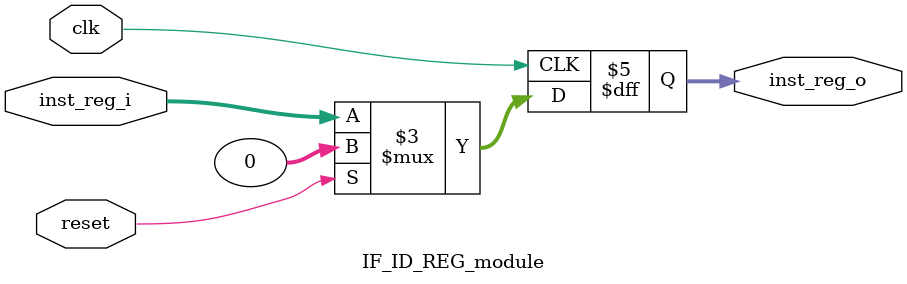
<source format=sv>
`default_nettype none
module IF_ID_REG_module(
    input wire clk,
    input wire reset,
    input wire [31:0] inst_reg_i,
    output reg [31:0] inst_reg_o
);
    always_ff @(posedge clk) begin
        if (reset) begin
            inst_reg_o <= 32'b0;
        end else begin
            inst_reg_o <= inst_reg_i;
        end
    end
endmodule
</source>
